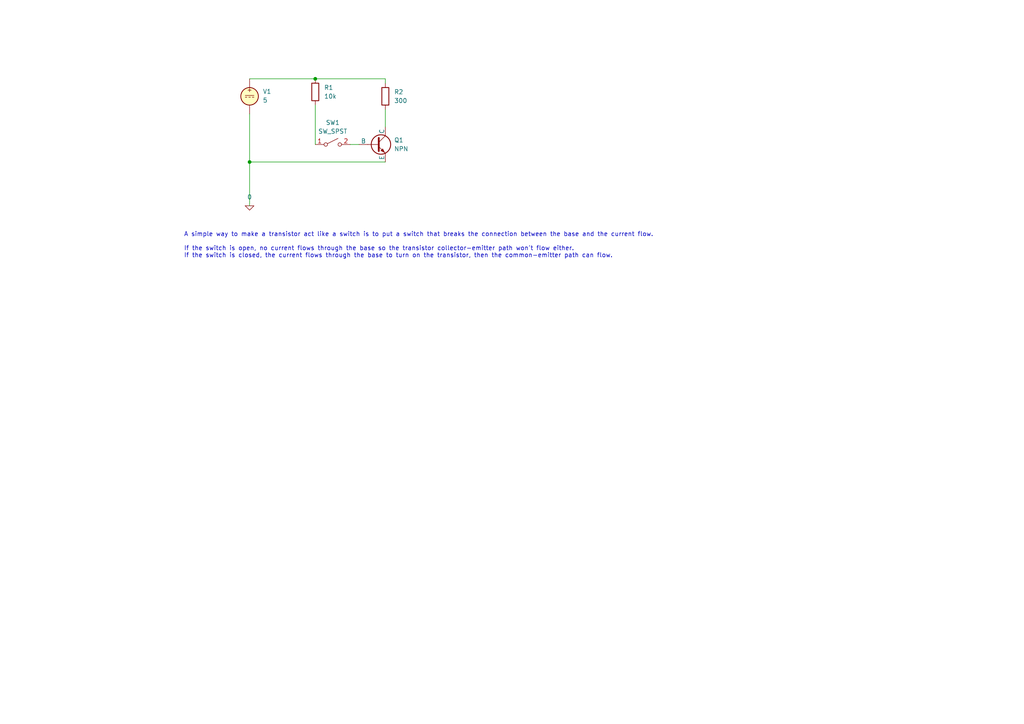
<source format=kicad_sch>
(kicad_sch (version 20230121) (generator eeschema)
  (paper "A4")
  (lib_symbols
    (symbol "Device:R" (pin_numbers hide) (pin_names (offset 0))
      (property "Reference" "R" (at 2.032 0 90))
      (property "Value" "R" (at 0 0 90))
      (symbol "R_0_1"
        (rectangle (start -1.016 -2.54) (end 1.016 2.54) (stroke (width 0.254)))
      )
      (symbol "R_1_1"
        (pin passive line (at 0 3.81 270) (length 1.27) (name "~") (number "1"))
        (pin passive line (at 0 -3.81 90) (length 1.27) (name "~") (number "2"))
      )
    )
    (symbol "Simulation_SPICE:0" (power) (pin_names (offset 0))
      (property "Value" "0" (at 0 -1.778 0))
      (symbol "0_0_1"
        (polyline (pts (xy -1.27 0) (xy 0 -1.27) (xy 1.27 0) (xy -1.27 0)))
      )
      (symbol "0_1_1"
        (pin power_in line (at 0 0 0) (length 0) hide (name "0") (number "1"))
      )
    )
    (symbol "Simulation_SPICE:NPN" (pin_numbers hide) (pin_names (offset 0))
      (property "Reference" "Q" (at -2.54 7.62 0))
      (property "Value" "NPN" (at -2.54 5.08 0))
      (symbol "NPN_0_1"
        (polyline (pts (xy -2.54 0) (xy 0.635 0)) (stroke (width 0.1524)))
        (polyline (pts (xy 0.635 0.635) (xy 2.54 2.54)))
        (polyline (pts (xy 2.794 -1.27) (xy 2.794 -1.27)) (stroke (width 0.1524)))
        (polyline (pts (xy 2.794 -1.27) (xy 2.794 -1.27)) (stroke (width 0.1524)))
        (polyline (pts (xy 0.635 -0.635) (xy 2.54 -2.54) (xy 2.54 -2.54)))
        (polyline (pts (xy 0.635 1.905) (xy 0.635 -1.905) (xy 0.635 -1.905)) (stroke (width 0.508)))
        (polyline (pts (xy 1.27 -1.778) (xy 1.778 -1.27) (xy 2.286 -2.286) (xy 1.27 -1.778) (xy 1.27 -1.778)) (fill (type outline)))
        (circle (center 1.27 0) (radius 2.8194) (stroke (width 0.254)))
      )
      (symbol "NPN_1_1"
        (pin open_collector line (at 2.54 5.08 270) (length 2.54) (name "C") (number "1"))
        (pin input line (at -5.08 0 0) (length 2.54) (name "B") (number "2"))
        (pin open_emitter line (at 2.54 -5.08 90) (length 2.54) (name "E") (number "3"))
      )
    )
    (symbol "Simulation_SPICE:VDC" (pin_numbers hide) (pin_names (offset 0.0254))
      (property "Reference" "V" (at 2.54 2.54 0))
      (property "Value" "1" (at 2.54 0 0))
      (symbol "VDC_0_0"
        (polyline (pts (xy -1.27 0.254) (xy 1.27 0.254)))
        (polyline (pts (xy -0.762 -0.254) (xy -1.27 -0.254)))
        (polyline (pts (xy 0.254 -0.254) (xy -0.254 -0.254)))
        (polyline (pts (xy 1.27 -0.254) (xy 0.762 -0.254)))
        (text "+" (at 0 1.905 0) (effects (font (size 1.27 1.27))))
      )
      (symbol "VDC_0_1"
        (circle (center 0 0) (radius 2.54) (stroke (width 0.254)) (fill (type background)))
      )
      (symbol "VDC_1_1"
        (pin passive line (at 0 5.08 270) (length 2.54) (name "~") (number "1"))
        (pin passive line (at 0 -5.08 90) (length 2.54) (name "~") (number "2"))
      )
    )
    (symbol "Switch:SW_SPST" (pin_names (offset 0) hide)
      (property "Reference" "SW" (at 0 3.175 0))
      (property "Value" "SW_SPST" (at 0 -2.54 0))
      (symbol "SW_SPST_0_0"
        (circle (center -2.032 0) (radius 0.508))
        (polyline (pts (xy -1.524 0.254) (xy 1.524 1.778)))
        (circle (center 2.032 0) (radius 0.508))
      )
      (symbol "SW_SPST_1_1"
        (pin passive line (at -5.08 0 0) (length 2.54) (name "A") (number "1"))
        (pin passive line (at 5.08 0 180) (length 2.54) (name "B") (number "2"))
      )
    )
  )
  (junction (at 72.39 46.99))
  (junction (at 91.44 22.86))
  (wire (pts (xy 111.76 46.99) (xy 72.39 46.99)))
  (wire (pts (xy 111.76 22.86) (xy 111.76 24.13)))
  (wire (pts (xy 91.44 30.48) (xy 91.44 41.91)))
  (wire (pts (xy 72.39 33.02) (xy 72.39 46.99)))
  (wire (pts (xy 91.44 22.86) (xy 111.76 22.86)))
  (wire (pts (xy 101.6 41.91) (xy 104.14 41.91)))
  (wire (pts (xy 111.76 31.75) (xy 111.76 36.83)))
  (wire (pts (xy 72.39 46.99) (xy 72.39 59.69)))
  (wire (pts (xy 72.39 22.86) (xy 91.44 22.86)))
  (text "A simple way to make a transistor act like a switch is to put a switch that breaks the connection between the base and the current flow.\n\nIf the switch is open, no current flows through the base so the transistor collector-emitter path won't flow either.\nIf the switch is closed, the current flows through the base to turn on the transistor, then the common-emitter path can flow." (at 53.34 74.93 0) (effects (font (size 1.27 1.27)) (justify left bottom)))
  (symbol (lib_id "Simulation_SPICE:VDC") (at 72.39 27.94 0) (unit 1)
    (property "Reference" "V1" (at 76.2 26.5402 0) (effects (justify left)))
    (property "Value" "5" (at 76.2 29.0802 0) (effects (justify left)))
    (property "Sim.Pins" "1=+ 2=-" (effects hide))
    (property "Sim.Type" "DC" (effects hide))
    (property "Sim.Device" "V" (effects hide))
  )
  (symbol (lib_id "Device:R") (at 111.76 27.94 0) (unit 1)
    (property "Reference" "R2" (at 114.3 26.67 0) (effects (justify left)))
    (property "Value" "300" (at 114.3 29.21 0) (effects (justify left)))
  )
  (symbol (lib_id "Simulation_SPICE:NPN") (at 109.22 41.91 0) (unit 1)
    (property "Reference" "Q1" (at 114.3 40.64 0) (effects (justify left)))
    (property "Value" "NPN" (at 114.3 43.18 0) (effects (justify left)))
    (property "Sim.Device" "NPN" (effects hide))
    (property "Sim.Type" "GUMMELPOON" (effects hide))
    (property "Sim.Pins" "1=C 2=B 3=E" (effects hide))
  )
  (symbol (lib_id "Device:R") (at 91.44 26.67 180) (unit 1)
    (property "Reference" "R1" (at 93.98 25.4 0) (effects (justify right)))
    (property "Value" "10k" (at 93.98 27.94 0) (effects (justify right)))
  )
  (symbol (lib_id "Simulation_SPICE:0") (at 72.39 59.69 0) (unit 1)
    (property "Reference" "#GND01" (effects hide))
    (property "Value" "0" (at 72.39 57.15 0))
  )
  (symbol (lib_id "Switch:SW_SPST") (at 96.52 41.91 0) (unit 1)
    (property "Reference" "SW1" (at 96.52 35.56 0))
    (property "Value" "SW_SPST" (at 96.52 38.1 0))
  )
)
</source>
